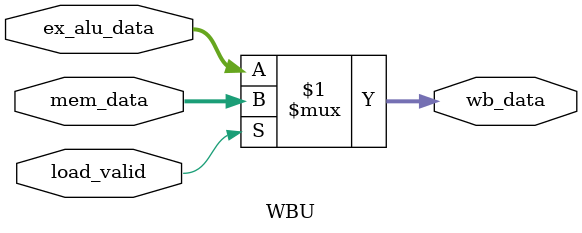
<source format=v>

module WBU(
    input [31:0] ex_alu_data,
    input [31:0] mem_data,
    input load_valid,
    output [31:0] wb_data
);

assign wb_data = (load_valid) ? mem_data : ex_alu_data;


endmodule
</source>
